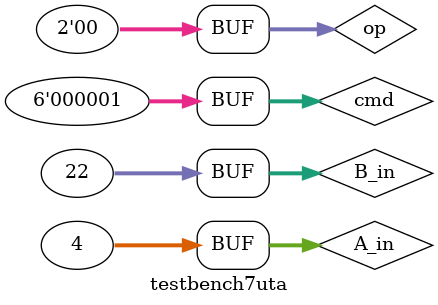
<source format=v>
`timescale 1ns / 1ps


module testbench7uta;

	// Inputs
	reg [31:0] A_in;
	reg [31:0] B_in;
	reg [5:0] cmd;
	reg [1:0] op;

	// Outputs
	wire [31:0] result;
	wire [3:0] flag;

	// Instantiate the Unit Under Test (UUT)
	lab7uta uut (
		.A_in(A_in), 
		.B_in(B_in), 
		.cmd(cmd), 
		.op(op), 
		.result(result), 
		.flag(flag)
	);

	initial begin
		// Initialize Inputs
		A_in = 0;
		B_in = 0;
		cmd = 0;
		op = 0;

		// Wait 100 ns for global reset to finish
		#10;
      A_in = 55;
		B_in = 32;
		cmd = 4;
		op = 0;
		#10;
		A_in = 4;
		B_in = 22;
		cmd = 1;
		op = 0;
		#10;

	end
      
endmodule


</source>
